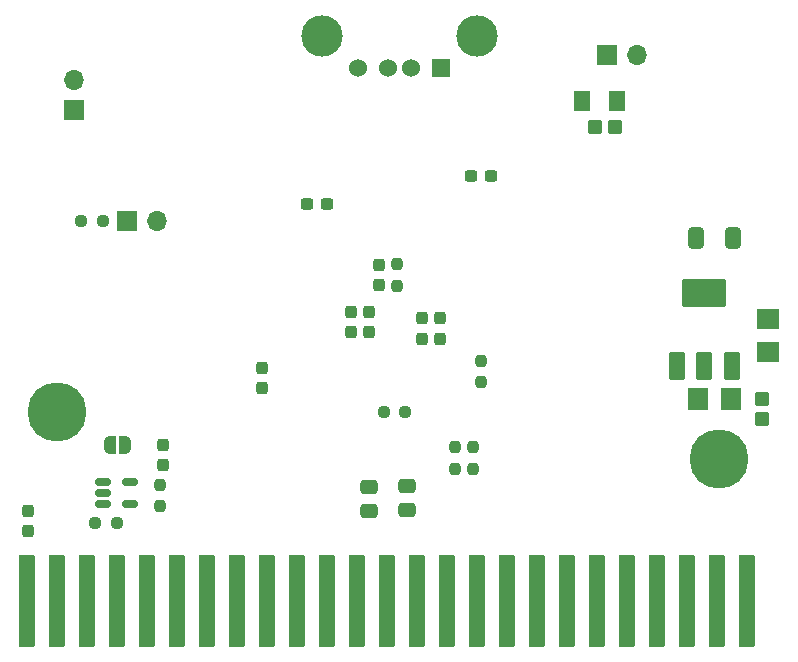
<source format=gbr>
%TF.GenerationSoftware,KiCad,Pcbnew,8.0.6*%
%TF.CreationDate,2025-02-12T20:12:07+00:00*%
%TF.ProjectId,RISKYMSXCart,5249534b-594d-4535-9843-6172742e6b69,rev?*%
%TF.SameCoordinates,Original*%
%TF.FileFunction,Soldermask,Bot*%
%TF.FilePolarity,Negative*%
%FSLAX46Y46*%
G04 Gerber Fmt 4.6, Leading zero omitted, Abs format (unit mm)*
G04 Created by KiCad (PCBNEW 8.0.6) date 2025-02-12 20:12:07*
%MOMM*%
%LPD*%
G01*
G04 APERTURE LIST*
G04 Aperture macros list*
%AMRoundRect*
0 Rectangle with rounded corners*
0 $1 Rounding radius*
0 $2 $3 $4 $5 $6 $7 $8 $9 X,Y pos of 4 corners*
0 Add a 4 corners polygon primitive as box body*
4,1,4,$2,$3,$4,$5,$6,$7,$8,$9,$2,$3,0*
0 Add four circle primitives for the rounded corners*
1,1,$1+$1,$2,$3*
1,1,$1+$1,$4,$5*
1,1,$1+$1,$6,$7*
1,1,$1+$1,$8,$9*
0 Add four rect primitives between the rounded corners*
20,1,$1+$1,$2,$3,$4,$5,0*
20,1,$1+$1,$4,$5,$6,$7,0*
20,1,$1+$1,$6,$7,$8,$9,0*
20,1,$1+$1,$8,$9,$2,$3,0*%
%AMFreePoly0*
4,1,19,0.500000,-0.750000,0.000000,-0.750000,0.000000,-0.744911,-0.071157,-0.744911,-0.207708,-0.704816,-0.327430,-0.627875,-0.420627,-0.520320,-0.479746,-0.390866,-0.500000,-0.250000,-0.500000,0.250000,-0.479746,0.390866,-0.420627,0.520320,-0.327430,0.627875,-0.207708,0.704816,-0.071157,0.744911,0.000000,0.744911,0.000000,0.750000,0.500000,0.750000,0.500000,-0.750000,0.500000,-0.750000,
$1*%
%AMFreePoly1*
4,1,19,0.000000,0.744911,0.071157,0.744911,0.207708,0.704816,0.327430,0.627875,0.420627,0.520320,0.479746,0.390866,0.500000,0.250000,0.500000,-0.250000,0.479746,-0.390866,0.420627,-0.520320,0.327430,-0.627875,0.207708,-0.704816,0.071157,-0.744911,0.000000,-0.744911,0.000000,-0.750000,-0.500000,-0.750000,-0.500000,0.750000,0.000000,0.750000,0.000000,0.744911,0.000000,0.744911,
$1*%
G04 Aperture macros list end*
%ADD10R,1.700000X1.700000*%
%ADD11O,1.700000X1.700000*%
%ADD12C,5.000000*%
%ADD13R,1.524000X1.524000*%
%ADD14C,1.524000*%
%ADD15C,3.500000*%
%ADD16RoundRect,0.050800X0.635000X3.810000X-0.635000X3.810000X-0.635000X-3.810000X0.635000X-3.810000X0*%
%ADD17RoundRect,0.237500X-0.250000X-0.237500X0.250000X-0.237500X0.250000X0.237500X-0.250000X0.237500X0*%
%ADD18RoundRect,0.150000X-0.512500X-0.150000X0.512500X-0.150000X0.512500X0.150000X-0.512500X0.150000X0*%
%ADD19RoundRect,0.237500X0.250000X0.237500X-0.250000X0.237500X-0.250000X-0.237500X0.250000X-0.237500X0*%
%ADD20RoundRect,0.237500X0.237500X-0.300000X0.237500X0.300000X-0.237500X0.300000X-0.237500X-0.300000X0*%
%ADD21RoundRect,0.050800X-0.800000X-0.900000X0.800000X-0.900000X0.800000X0.900000X-0.800000X0.900000X0*%
%ADD22RoundRect,0.050800X-0.900000X0.800000X-0.900000X-0.800000X0.900000X-0.800000X0.900000X0.800000X0*%
%ADD23RoundRect,0.237500X-0.300000X-0.237500X0.300000X-0.237500X0.300000X0.237500X-0.300000X0.237500X0*%
%ADD24RoundRect,0.250000X0.412500X0.650000X-0.412500X0.650000X-0.412500X-0.650000X0.412500X-0.650000X0*%
%ADD25RoundRect,0.250000X0.475000X-0.337500X0.475000X0.337500X-0.475000X0.337500X-0.475000X-0.337500X0*%
%ADD26RoundRect,0.050800X-0.550000X0.500000X-0.550000X-0.500000X0.550000X-0.500000X0.550000X0.500000X0*%
%ADD27RoundRect,0.237500X-0.237500X0.250000X-0.237500X-0.250000X0.237500X-0.250000X0.237500X0.250000X0*%
%ADD28FreePoly0,180.000000*%
%ADD29FreePoly1,180.000000*%
%ADD30RoundRect,0.237500X-0.237500X0.300000X-0.237500X-0.300000X0.237500X-0.300000X0.237500X0.300000X0*%
%ADD31RoundRect,0.050800X0.609500X1.117500X-0.609500X1.117500X-0.609500X-1.117500X0.609500X-1.117500X0*%
%ADD32RoundRect,0.050800X1.800000X1.100000X-1.800000X1.100000X-1.800000X-1.100000X1.800000X-1.100000X0*%
%ADD33RoundRect,0.237500X0.237500X-0.250000X0.237500X0.250000X-0.237500X0.250000X-0.237500X-0.250000X0*%
%ADD34RoundRect,0.050800X0.550000X0.500000X-0.550000X0.500000X-0.550000X-0.500000X0.550000X-0.500000X0*%
%ADD35RoundRect,0.250001X-0.462499X-0.624999X0.462499X-0.624999X0.462499X0.624999X-0.462499X0.624999X0*%
G04 APERTURE END LIST*
D10*
%TO.C,J1*%
X126460000Y-96700000D03*
D11*
X129000000Y-96700000D03*
%TD*%
D12*
%TO.C,@HOLE1*%
X176510300Y-116808934D03*
%TD*%
D10*
%TO.C,J2*%
X167060000Y-82575000D03*
D11*
X169600000Y-82575000D03*
%TD*%
D13*
%TO.C,J7*%
X153000000Y-83727500D03*
D14*
X150500000Y-83727500D03*
X148500000Y-83727500D03*
X146000000Y-83727500D03*
D15*
X156070000Y-81017500D03*
X142930000Y-81017500D03*
%TD*%
D10*
%TO.C,J8*%
X121900000Y-87240000D03*
D11*
X121900000Y-84700000D03*
%TD*%
D16*
%TO.C,CN1*%
X178930300Y-128805934D03*
X176390300Y-128805934D03*
X173850300Y-128805934D03*
X171310300Y-128805934D03*
X168770300Y-128805934D03*
X166230300Y-128805934D03*
X163690300Y-128805934D03*
X161150300Y-128805934D03*
X158610300Y-128805934D03*
X156070300Y-128805934D03*
X153530300Y-128805934D03*
X150990300Y-128805934D03*
X148450300Y-128805934D03*
X145910300Y-128805934D03*
X143370300Y-128805934D03*
X140830300Y-128805934D03*
X138290300Y-128805934D03*
X135750300Y-128805934D03*
X133210300Y-128805934D03*
X130670300Y-128805934D03*
X128130300Y-128805934D03*
X125590300Y-128805934D03*
X123050300Y-128805934D03*
X120510300Y-128805934D03*
X117970300Y-128805934D03*
%TD*%
D12*
%TO.C,@HOLE1*%
X120510300Y-112793734D03*
%TD*%
D17*
%TO.C,R2*%
X123737500Y-122200000D03*
X125562500Y-122200000D03*
%TD*%
D18*
%TO.C,U2*%
X124375000Y-120650000D03*
X124375000Y-119700000D03*
X124375000Y-118750000D03*
X126650000Y-118750000D03*
X126650000Y-120650000D03*
%TD*%
D19*
%TO.C,R5*%
X149975000Y-112800000D03*
X148150000Y-112800000D03*
%TD*%
D20*
%TO.C,C8*%
X151425000Y-106637500D03*
X151425000Y-104912500D03*
%TD*%
D21*
%TO.C,C13*%
X174800000Y-111700000D03*
X177600000Y-111700000D03*
%TD*%
D20*
%TO.C,C11*%
X145400000Y-106075000D03*
X145400000Y-104350000D03*
%TD*%
%TO.C,C6*%
X152925000Y-106637500D03*
X152925000Y-104912500D03*
%TD*%
D22*
%TO.C,C1*%
X180700000Y-104950000D03*
X180700000Y-107750000D03*
%TD*%
D23*
%TO.C,C4*%
X155525000Y-92875000D03*
X157250000Y-92875000D03*
%TD*%
D20*
%TO.C,C9*%
X147800000Y-102100000D03*
X147800000Y-100375000D03*
%TD*%
D24*
%TO.C,C7*%
X177725000Y-98100000D03*
X174600000Y-98100000D03*
%TD*%
D17*
%TO.C,R1*%
X122560000Y-96700000D03*
X124385000Y-96700000D03*
%TD*%
D23*
%TO.C,C2*%
X141650000Y-95250000D03*
X143375000Y-95250000D03*
%TD*%
D25*
%TO.C,C15*%
X146950000Y-121237500D03*
X146950000Y-119162500D03*
%TD*%
D20*
%TO.C,C5*%
X146950000Y-106062500D03*
X146950000Y-104337500D03*
%TD*%
D26*
%TO.C,R3*%
X180150000Y-111700000D03*
X180150000Y-113400000D03*
%TD*%
D27*
%TO.C,R6*%
X154200000Y-115837500D03*
X154200000Y-117662500D03*
%TD*%
D28*
%TO.C,JP1*%
X126300000Y-115650000D03*
D29*
X125000000Y-115650000D03*
%TD*%
D30*
%TO.C,C12*%
X118050000Y-121187500D03*
X118050000Y-122912500D03*
%TD*%
%TO.C,C14*%
X129500000Y-115637500D03*
X129500000Y-117362500D03*
%TD*%
D31*
%TO.C,IC8*%
X177611000Y-108949000D03*
X175300000Y-108949000D03*
X172989000Y-108949000D03*
D32*
X175300000Y-102751000D03*
%TD*%
D33*
%TO.C,R8*%
X156400000Y-110325000D03*
X156400000Y-108500000D03*
%TD*%
D25*
%TO.C,C16*%
X150150000Y-121137500D03*
X150150000Y-119062500D03*
%TD*%
D34*
%TO.C,C3*%
X167775000Y-88675000D03*
X166075000Y-88675000D03*
%TD*%
D27*
%TO.C,R7*%
X155750000Y-115837500D03*
X155750000Y-117662500D03*
%TD*%
D33*
%TO.C,R9*%
X129200000Y-120812500D03*
X129200000Y-118987500D03*
%TD*%
D30*
%TO.C,C10*%
X137850000Y-109087500D03*
X137850000Y-110812500D03*
%TD*%
D35*
%TO.C,F2*%
X164942500Y-86495000D03*
X167917500Y-86495000D03*
%TD*%
D27*
%TO.C,R4*%
X149300000Y-100325000D03*
X149300000Y-102150000D03*
%TD*%
M02*

</source>
